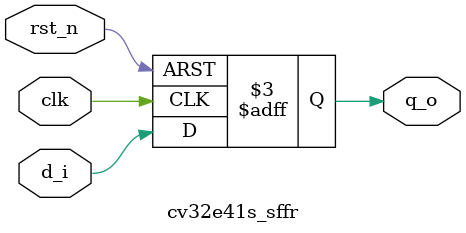
<source format=sv>


module cv32e41s_sffr
#(
  parameter LIB = 0
  )
  (
   input  logic  clk,
   input  logic  rst_n,
   input  logic  d_i,
   output logic  q_o
   );

  always_ff @(posedge clk, negedge rst_n) begin
    if (rst_n == 1'b0) begin
      q_o <= 1'b0;
    end else begin
      q_o <= d_i;
    end
  end

endmodule : cv32e41s_sffr


</source>
